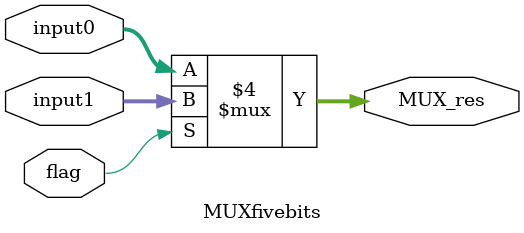
<source format=v>
`timescale 1ns / 1ps
module MUXfivebits(
	input [4:0] input0,
	input [4:0] input1,
	input flag,
	output reg [4:0] MUX_res
    );
	
	always @ (input0 or input1 or flag)
	begin
		if(flag == 0) MUX_res = input0;
		else MUX_res = input1;
	end
endmodule

</source>
